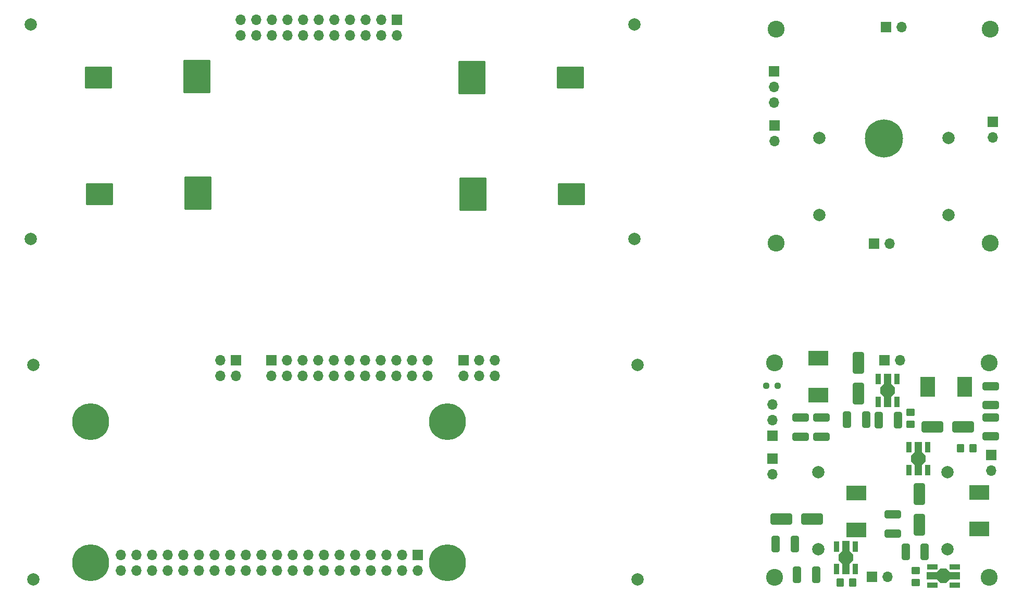
<source format=gbs>
G04 #@! TF.GenerationSoftware,KiCad,Pcbnew,7.0.10-7.0.10~ubuntu22.04.1*
G04 #@! TF.CreationDate,2025-04-10T19:03:43-06:00*
G04 #@! TF.ProjectId,OAC,4f41432e-6b69-4636-9164-5f7063625858,rev?*
G04 #@! TF.SameCoordinates,Original*
G04 #@! TF.FileFunction,Soldermask,Bot*
G04 #@! TF.FilePolarity,Negative*
%FSLAX46Y46*%
G04 Gerber Fmt 4.6, Leading zero omitted, Abs format (unit mm)*
G04 Created by KiCad (PCBNEW 7.0.10-7.0.10~ubuntu22.04.1) date 2025-04-10 19:03:43*
%MOMM*%
%LPD*%
G01*
G04 APERTURE LIST*
G04 Aperture macros list*
%AMRoundRect*
0 Rectangle with rounded corners*
0 $1 Rounding radius*
0 $2 $3 $4 $5 $6 $7 $8 $9 X,Y pos of 4 corners*
0 Add a 4 corners polygon primitive as box body*
4,1,4,$2,$3,$4,$5,$6,$7,$8,$9,$2,$3,0*
0 Add four circle primitives for the rounded corners*
1,1,$1+$1,$2,$3*
1,1,$1+$1,$4,$5*
1,1,$1+$1,$6,$7*
1,1,$1+$1,$8,$9*
0 Add four rect primitives between the rounded corners*
20,1,$1+$1,$2,$3,$4,$5,0*
20,1,$1+$1,$4,$5,$6,$7,0*
20,1,$1+$1,$6,$7,$8,$9,0*
20,1,$1+$1,$8,$9,$2,$3,0*%
%AMFreePoly0*
4,1,37,0.559954,2.682520,0.597008,2.631520,0.602000,2.600000,0.602000,1.032051,1.117027,0.517026,1.139138,0.483934,1.157736,0.439033,1.165500,0.400000,1.165500,-0.400000,1.157736,-0.439033,1.139138,-0.483934,1.117027,-0.517026,0.602000,-1.032051,0.602000,-2.600000,0.582520,-2.659954,0.531520,-2.697008,0.500000,-2.702000,-0.500000,-2.702000,-0.559954,-2.682520,-0.597008,-2.631520,
-0.602000,-2.600000,-0.602000,-1.032052,-1.117026,-0.517026,-1.139136,-0.483935,-1.157735,-0.439034,-1.165500,-0.400000,-1.165500,0.400000,-1.157735,0.439034,-1.139136,0.483935,-1.117026,0.517026,-0.602000,1.032052,-0.602000,2.600000,-0.582520,2.659954,-0.531520,2.697008,-0.500000,2.702000,0.500000,2.702000,0.559954,2.682520,0.559954,2.682520,$1*%
G04 Aperture macros list end*
%ADD10C,0.127000*%
%ADD11C,2.750000*%
%ADD12C,2.000000*%
%ADD13C,6.200000*%
%ADD14C,6.000000*%
%ADD15R,1.700000X1.700000*%
%ADD16O,1.700000X1.700000*%
%ADD17RoundRect,0.250000X0.650000X-1.500000X0.650000X1.500000X-0.650000X1.500000X-0.650000X-1.500000X0*%
%ADD18RoundRect,0.250000X0.350000X0.450000X-0.350000X0.450000X-0.350000X-0.450000X0.350000X-0.450000X0*%
%ADD19RoundRect,0.250000X1.075000X-0.400000X1.075000X0.400000X-1.075000X0.400000X-1.075000X-0.400000X0*%
%ADD20RoundRect,0.250000X1.500000X0.650000X-1.500000X0.650000X-1.500000X-0.650000X1.500000X-0.650000X0*%
%ADD21R,3.251200X2.489200*%
%ADD22RoundRect,0.250000X0.400000X1.075000X-0.400000X1.075000X-0.400000X-1.075000X0.400000X-1.075000X0*%
%ADD23RoundRect,0.237500X-0.250000X-0.237500X0.250000X-0.237500X0.250000X0.237500X-0.250000X0.237500X0*%
%ADD24RoundRect,0.250000X0.450000X-0.350000X0.450000X0.350000X-0.450000X0.350000X-0.450000X-0.350000X0*%
%ADD25RoundRect,0.102000X-0.350000X-0.750000X0.350000X-0.750000X0.350000X0.750000X-0.350000X0.750000X0*%
%ADD26FreePoly0,0.000000*%
%ADD27RoundRect,0.250000X-0.450000X0.350000X-0.450000X-0.350000X0.450000X-0.350000X0.450000X0.350000X0*%
%ADD28RoundRect,0.250000X-1.500000X-0.650000X1.500000X-0.650000X1.500000X0.650000X-1.500000X0.650000X0*%
%ADD29RoundRect,0.250000X-0.400000X-1.075000X0.400000X-1.075000X0.400000X1.075000X-0.400000X1.075000X0*%
%ADD30R,2.489200X3.251200*%
%ADD31RoundRect,0.102000X2.120000X2.600000X-2.120000X2.600000X-2.120000X-2.600000X2.120000X-2.600000X0*%
%ADD32RoundRect,0.102000X2.120000X1.650000X-2.120000X1.650000X-2.120000X-1.650000X2.120000X-1.650000X0*%
%ADD33RoundRect,0.102000X-2.120000X-1.650000X2.120000X-1.650000X2.120000X1.650000X-2.120000X1.650000X0*%
%ADD34RoundRect,0.102000X-2.120000X-2.600000X2.120000X-2.600000X2.120000X2.600000X-2.120000X2.600000X0*%
%ADD35RoundRect,0.250000X-0.350000X-0.450000X0.350000X-0.450000X0.350000X0.450000X-0.350000X0.450000X0*%
%ADD36RoundRect,0.102000X-0.750000X0.350000X-0.750000X-0.350000X0.750000X-0.350000X0.750000X0.350000X0*%
%ADD37FreePoly0,270.000000*%
%ADD38RoundRect,0.250000X-1.075000X0.400000X-1.075000X-0.400000X1.075000X-0.400000X1.075000X0.400000X0*%
G04 APERTURE END LIST*
D10*
X257999998Y-156960000D02*
X257999998Y-157760000D01*
X256999998Y-158760000D01*
X255999998Y-157760000D01*
X255999998Y-156960000D01*
X256999998Y-155960000D01*
X257999998Y-156960000D01*
G36*
X257999998Y-156960000D02*
G01*
X257999998Y-157760000D01*
X256999998Y-158760000D01*
X255999998Y-157760000D01*
X255999998Y-156960000D01*
X256999998Y-155960000D01*
X257999998Y-156960000D01*
G37*
X251219998Y-184170000D02*
X251219998Y-184970000D01*
X250219998Y-185970000D01*
X249219998Y-184970000D01*
X249219998Y-184170000D01*
X250219998Y-183170000D01*
X251219998Y-184170000D01*
G36*
X251219998Y-184170000D02*
G01*
X251219998Y-184970000D01*
X250219998Y-185970000D01*
X249219998Y-184970000D01*
X249219998Y-184170000D01*
X250219998Y-183170000D01*
X251219998Y-184170000D01*
G37*
X263021748Y-168074250D02*
X263021748Y-168874250D01*
X262021748Y-169874250D01*
X261021748Y-168874250D01*
X261021748Y-168074250D01*
X262021748Y-167074250D01*
X263021748Y-168074250D01*
G36*
X263021748Y-168074250D02*
G01*
X263021748Y-168874250D01*
X262021748Y-169874250D01*
X261021748Y-168874250D01*
X261021748Y-168074250D01*
X262021748Y-167074250D01*
X263021748Y-168074250D01*
G37*
X267509998Y-187530000D02*
X266509998Y-188530000D01*
X265709998Y-188530000D01*
X264709998Y-187530000D01*
X265709998Y-186530000D01*
X266509998Y-186530000D01*
X267509998Y-187530000D01*
G36*
X267509998Y-187530000D02*
G01*
X266509998Y-188530000D01*
X265709998Y-188530000D01*
X264709998Y-187530000D01*
X265709998Y-186530000D01*
X266509998Y-186530000D01*
X267509998Y-187530000D01*
G37*
D11*
X238860000Y-98567500D03*
X238860000Y-133407500D03*
D12*
X245945174Y-116308579D03*
X245945174Y-128808579D03*
D13*
X256435174Y-116398579D03*
D12*
X266945174Y-116318579D03*
X266945174Y-128818579D03*
D11*
X273700000Y-98567500D03*
X273700000Y-133407500D03*
D14*
X127490682Y-185414257D03*
X185490682Y-185414257D03*
X127490682Y-162414257D03*
X185490682Y-162414257D03*
D15*
X180620682Y-184144257D03*
D16*
X180620682Y-186684257D03*
X178080682Y-184144257D03*
X178080682Y-186684257D03*
X175540682Y-184144257D03*
X175540682Y-186684257D03*
X173000682Y-184144257D03*
X173000682Y-186684257D03*
X170460682Y-184144257D03*
X170460682Y-186684257D03*
X167920682Y-184144257D03*
X167920682Y-186684257D03*
X165380682Y-184144257D03*
X165380682Y-186684257D03*
X162840682Y-184144257D03*
X162840682Y-186684257D03*
X160300682Y-184144257D03*
X160300682Y-186684257D03*
X157760682Y-184144257D03*
X157760682Y-186684257D03*
X155220682Y-184144257D03*
X155220682Y-186684257D03*
X152680682Y-184144257D03*
X152680682Y-186684257D03*
X150140682Y-184144257D03*
X150140682Y-186684257D03*
X147600682Y-184144257D03*
X147600682Y-186684257D03*
X145060682Y-184144257D03*
X145060682Y-186684257D03*
X142520682Y-184144257D03*
X142520682Y-186684257D03*
X139980682Y-184144257D03*
X139980682Y-186684257D03*
X137440682Y-184144257D03*
X137440682Y-186684257D03*
X134900682Y-184144257D03*
X134900682Y-186684257D03*
X132360682Y-184144257D03*
X132360682Y-186684257D03*
D11*
X238655386Y-152910000D03*
X238655386Y-187750000D03*
D12*
X245740560Y-170651079D03*
X245740560Y-183151079D03*
X266740560Y-170661079D03*
X266740560Y-183161079D03*
D11*
X273495386Y-152910000D03*
X273495386Y-187750000D03*
D15*
X254795000Y-133507500D03*
D16*
X257335000Y-133507500D03*
D15*
X188105000Y-152480000D03*
D16*
X188105000Y-155020000D03*
X190645000Y-152480000D03*
X190645000Y-155020000D03*
X193185000Y-152480000D03*
X193185000Y-155020000D03*
D15*
X274150000Y-113677500D03*
D16*
X274150000Y-116217500D03*
D15*
X254464998Y-187700000D03*
D16*
X257004998Y-187700000D03*
D15*
X238259998Y-164700000D03*
D16*
X238259998Y-162160000D03*
X238259998Y-159620000D03*
D15*
X238590000Y-105442500D03*
D16*
X238590000Y-107982500D03*
X238590000Y-110522500D03*
D15*
X256464998Y-152420000D03*
D16*
X259004998Y-152420000D03*
D15*
X256795000Y-98227500D03*
D16*
X259335000Y-98227500D03*
D15*
X238600000Y-114237500D03*
D16*
X238600000Y-116777500D03*
X148530000Y-155030000D03*
X151070000Y-155030000D03*
X148530000Y-152490000D03*
D15*
X151070000Y-152490000D03*
X273819998Y-167870000D03*
D16*
X273819998Y-170410000D03*
D12*
X118170000Y-153230000D03*
X118170000Y-188070000D03*
X216370000Y-153230000D03*
X216370000Y-188070000D03*
D15*
X156829318Y-152425743D03*
D16*
X159369318Y-152425743D03*
X161909318Y-152425743D03*
X164449318Y-152425743D03*
X166989318Y-152425743D03*
X169529318Y-152425743D03*
X172069318Y-152425743D03*
X174609318Y-152425743D03*
X177149318Y-152425743D03*
X179689318Y-152425743D03*
X182229318Y-152425743D03*
X156829318Y-154965743D03*
X159369318Y-154965743D03*
X161909318Y-154965743D03*
X164449318Y-154965743D03*
X166989318Y-154965743D03*
X169529318Y-154965743D03*
X172069318Y-154965743D03*
X174609318Y-154965743D03*
X177149318Y-154965743D03*
X179689318Y-154965743D03*
X182229318Y-154965743D03*
D15*
X238269998Y-168430000D03*
D16*
X238269998Y-170970000D03*
D17*
X262149998Y-179240000D03*
X262149998Y-174240000D03*
D18*
X270859998Y-166740000D03*
X268859998Y-166740000D03*
D19*
X242889998Y-164880000D03*
X242889998Y-161780000D03*
D20*
X269299998Y-163300000D03*
X264299998Y-163300000D03*
D21*
X245749998Y-158114400D03*
X245749998Y-152120000D03*
D22*
X241949998Y-182340000D03*
X238849998Y-182340000D03*
D23*
X237307498Y-156610000D03*
X239132498Y-156610000D03*
D17*
X252279998Y-157910000D03*
X252279998Y-152910000D03*
D24*
X260699998Y-162880000D03*
X260699998Y-160880000D03*
D25*
X255499998Y-155510000D03*
D26*
X256999998Y-157360000D03*
D25*
X258499998Y-155510000D03*
X258499998Y-159210000D03*
X255499998Y-159210000D03*
X248719998Y-182720000D03*
D26*
X250219998Y-184570000D03*
D25*
X251719998Y-182720000D03*
X251719998Y-186420000D03*
X248719998Y-186420000D03*
D19*
X246270000Y-164900000D03*
X246270000Y-161800000D03*
D27*
X261569998Y-186630000D03*
X261569998Y-188630000D03*
D12*
X215900000Y-132702500D03*
X215900000Y-97862500D03*
X117700000Y-132702500D03*
X117700000Y-97862500D03*
D15*
X177240682Y-97058243D03*
D16*
X174700682Y-97058243D03*
X172160682Y-97058243D03*
X169620682Y-97058243D03*
X167080682Y-97058243D03*
X164540682Y-97058243D03*
X162000682Y-97058243D03*
X159460682Y-97058243D03*
X156920682Y-97058243D03*
X154380682Y-97058243D03*
X151840682Y-97058243D03*
X177240682Y-99598243D03*
X174700682Y-99598243D03*
X172160682Y-99598243D03*
X169620682Y-99598243D03*
X167080682Y-99598243D03*
X164540682Y-99598243D03*
X162000682Y-99598243D03*
X159460682Y-99598243D03*
X156920682Y-99598243D03*
X154380682Y-99598243D03*
X151840682Y-99598243D03*
D28*
X239742498Y-178240000D03*
X244742498Y-178240000D03*
D29*
X259959998Y-183590000D03*
X263059998Y-183590000D03*
D21*
X271919998Y-179914400D03*
X271919998Y-173920000D03*
X251919998Y-174072800D03*
X251919998Y-180067200D03*
D30*
X269547198Y-156790000D03*
X263552798Y-156790000D03*
D19*
X273779998Y-159770000D03*
X273779998Y-156670000D03*
D29*
X242269998Y-187350000D03*
X245369998Y-187350000D03*
D19*
X257839998Y-180650000D03*
X257839998Y-177550000D03*
D22*
X253539998Y-162140000D03*
X250439998Y-162140000D03*
D29*
X255569998Y-162150000D03*
X258669998Y-162150000D03*
D31*
X144740000Y-106292500D03*
D32*
X128730000Y-106479544D03*
D33*
X205455000Y-106462500D03*
D34*
X189445000Y-106462500D03*
D35*
X249339998Y-188570000D03*
X251339998Y-188570000D03*
D31*
X144922500Y-125257044D03*
D32*
X128912500Y-125444088D03*
D33*
X205637500Y-125427044D03*
D34*
X189627500Y-125427044D03*
D25*
X260521748Y-166624250D03*
D26*
X262021748Y-168474250D03*
D25*
X263521748Y-166624250D03*
X263521748Y-170324250D03*
X260521748Y-170324250D03*
D36*
X267959998Y-186030000D03*
D37*
X266109998Y-187530000D03*
D36*
X267959998Y-189030000D03*
X264259998Y-189030000D03*
X264259998Y-186030000D03*
D38*
X273779998Y-161730000D03*
X273779998Y-164830000D03*
M02*

</source>
